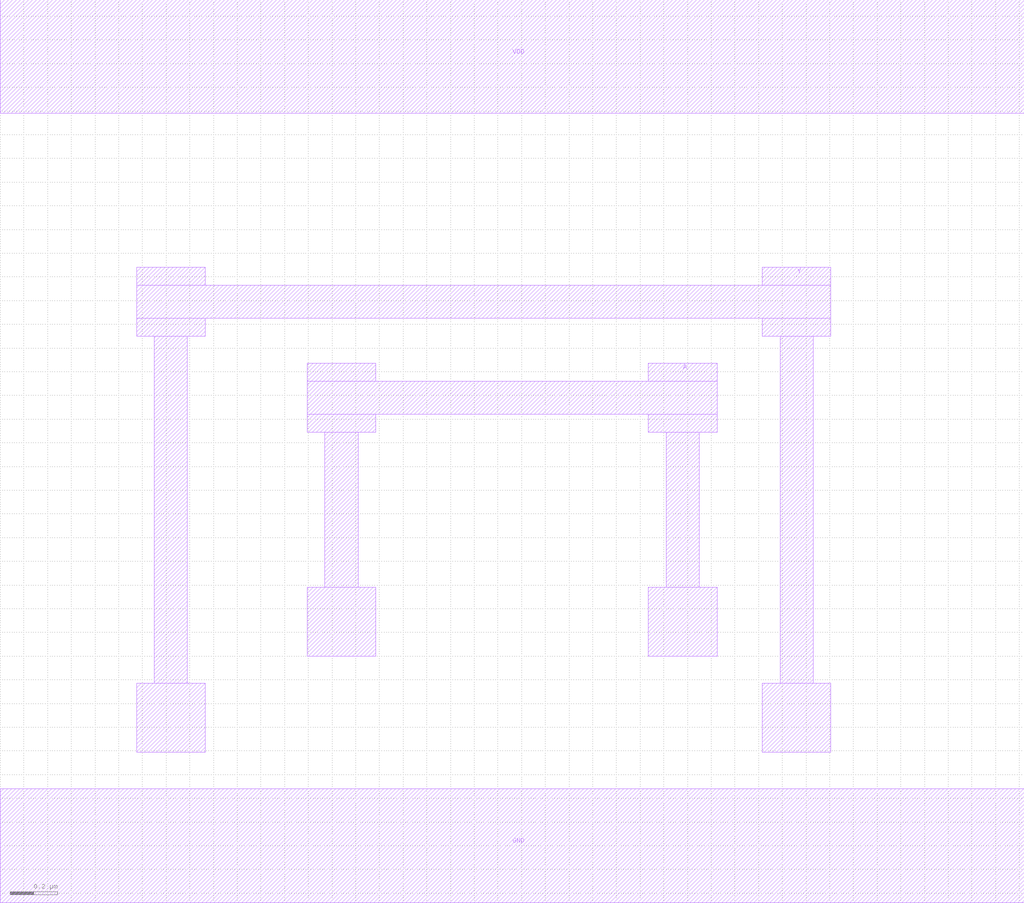
<source format=lef>
MACRO INVX4
 CLASS CORE ;
 FOREIGN INVX4 0 0 ;
 ORIGIN 0 0 ;
 SYMMETRY X Y R90 ;
 SITE CORE ;
  PIN VDD
   DIRECTION INOUT ;
   USE SIGNAL ;
   SHAPE ABUTMENT ;
    PORT
     CLASS CORE ;
       LAYER metal2 ;
        RECT 0.00000000 3.09000000 4.32000000 3.57000000 ;
    END
  END VDD

  PIN GND
   DIRECTION INOUT ;
   USE SIGNAL ;
   SHAPE ABUTMENT ;
    PORT
     CLASS CORE ;
       LAYER metal2 ;
        RECT 0.00000000 -0.24000000 4.32000000 0.24000000 ;
    END
  END GND

  PIN Y
   DIRECTION INOUT ;
   USE SIGNAL ;
   SHAPE ABUTMENT ;
    PORT
     CLASS CORE ;
       LAYER metal2 ;
        RECT 0.57500000 0.39500000 0.86500000 0.68500000 ;
        RECT 3.21500000 0.39500000 3.50500000 0.68500000 ;
        RECT 0.65000000 0.68500000 0.79000000 2.15000000 ;
        RECT 3.29000000 0.68500000 3.43000000 2.15000000 ;
        RECT 0.57500000 2.15000000 0.86500000 2.22500000 ;
        RECT 3.21500000 2.15000000 3.50500000 2.22500000 ;
        RECT 0.57500000 2.22500000 3.50500000 2.36500000 ;
        RECT 0.57500000 2.36500000 0.86500000 2.44000000 ;
        RECT 3.21500000 2.36500000 3.50500000 2.44000000 ;
    END
  END Y

  PIN A
   DIRECTION INOUT ;
   USE SIGNAL ;
   SHAPE ABUTMENT ;
    PORT
     CLASS CORE ;
       LAYER metal2 ;
        RECT 1.29500000 0.80000000 1.58500000 1.09000000 ;
        RECT 2.73500000 0.80000000 3.02500000 1.09000000 ;
        RECT 1.37000000 1.09000000 1.51000000 1.74500000 ;
        RECT 2.81000000 1.09000000 2.95000000 1.74500000 ;
        RECT 1.29500000 1.74500000 1.58500000 1.82000000 ;
        RECT 2.73500000 1.74500000 3.02500000 1.82000000 ;
        RECT 1.29500000 1.82000000 3.02500000 1.96000000 ;
        RECT 1.29500000 1.96000000 1.58500000 2.03500000 ;
        RECT 2.73500000 1.96000000 3.02500000 2.03500000 ;
    END
  END A


END INVX4

</source>
